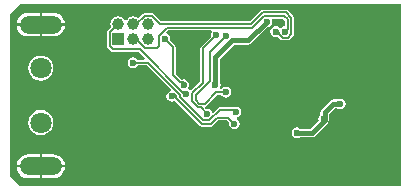
<source format=gbl>
%FSLAX44Y44*%
%MOMM*%
G71*
G01*
G75*
G04 Layer_Physical_Order=2*
G04 Layer_Color=16711680*
%ADD10C,0.3000*%
%ADD11C,0.4000*%
%ADD12R,1.0000X1.0000*%
%ADD13R,2.1000X1.0000*%
%ADD14R,0.6000X0.6000*%
%ADD15R,3.9400X0.5000*%
%ADD16R,0.5000X2.0000*%
%ADD17R,2.6400X0.5000*%
%ADD18R,4.9000X0.5000*%
%ADD19R,0.5000X5.0000*%
%ADD20R,4.9000X0.9000*%
%ADD21R,0.5000X2.7000*%
%ADD22R,2.2000X1.0500*%
%ADD23R,1.0500X1.0000*%
%ADD24R,0.7500X0.6500*%
%ADD25R,0.2500X0.4000*%
%ADD26O,0.7500X0.2800*%
%ADD27O,0.2800X0.7500*%
%ADD28R,4.5000X4.5000*%
%ADD29R,0.6000X0.3500*%
%ADD30R,1.0000X1.6000*%
%ADD31R,0.6000X0.6000*%
%ADD32R,0.7000X0.9000*%
%ADD33C,0.1500*%
%ADD34C,0.2500*%
%ADD35R,0.5000X0.2259*%
%ADD36R,0.1818X0.4999*%
%ADD37R,0.4999X0.3145*%
%ADD38R,0.2939X0.5000*%
%ADD39R,0.2119X0.5000*%
%ADD40R,0.5860X0.9000*%
%ADD41R,0.4872X0.5000*%
%ADD42R,0.4658X0.5000*%
%ADD43R,0.4997X0.1609*%
%ADD44R,0.3013X0.5000*%
%ADD45R,0.8000X0.3000*%
%ADD46R,0.1270X0.9398*%
%ADD47R,1.0000X0.1000*%
%ADD48R,0.1000X0.7000*%
%ADD49R,0.9000X0.3000*%
%ADD50R,0.2000X0.8000*%
%ADD51R,0.2000X0.7000*%
%ADD52R,0.2000X0.6000*%
%ADD53R,0.8000X0.2000*%
%ADD54R,1.2056X0.3999*%
%ADD55R,0.2000X1.1000*%
%ADD56R,1.0562X0.1836*%
%ADD57R,0.5334X0.2032*%
%ADD58C,1.8000*%
%ADD59O,3.6000X1.5000*%
%ADD60C,1.0000*%
%ADD61R,1.0000X1.0000*%
%ADD62C,0.6000*%
%ADD63R,0.5000X15.1000*%
G36*
X2504826Y2441824D02*
X2182106D01*
X2173850Y2450080D01*
Y2587740D01*
X2182286Y2596176D01*
X2504826D01*
Y2441824D01*
D02*
G37*
%LPC*%
G36*
X2210526Y2469037D02*
X2201026D01*
Y2459910D01*
X2220521D01*
X2220308Y2461531D01*
X2219296Y2463973D01*
X2217687Y2466071D01*
X2215589Y2467680D01*
X2213147Y2468692D01*
X2210526Y2469037D01*
D02*
G37*
G36*
X2200026Y2506501D02*
X2197285Y2506140D01*
X2194731Y2505082D01*
X2192537Y2503399D01*
X2190854Y2501205D01*
X2189796Y2498651D01*
X2189435Y2495910D01*
X2189796Y2493169D01*
X2190854Y2490615D01*
X2192537Y2488421D01*
X2194731Y2486738D01*
X2197285Y2485680D01*
X2200026Y2485319D01*
X2202767Y2485680D01*
X2205321Y2486738D01*
X2207515Y2488421D01*
X2209198Y2490615D01*
X2210256Y2493169D01*
X2210617Y2495910D01*
X2210256Y2498651D01*
X2209198Y2501205D01*
X2207515Y2503399D01*
X2205321Y2505082D01*
X2202767Y2506140D01*
X2200026Y2506501D01*
D02*
G37*
G36*
X2453772Y2516272D02*
X2452016Y2515923D01*
X2451393Y2515507D01*
X2447676D01*
X2446310Y2515235D01*
X2445153Y2514461D01*
X2437787Y2507095D01*
X2437013Y2505938D01*
X2436741Y2504572D01*
Y2502775D01*
X2436304Y2502482D01*
X2435309Y2500994D01*
X2434960Y2499238D01*
X2435263Y2497714D01*
X2428418Y2490869D01*
X2419701D01*
X2418698Y2491539D01*
X2416942Y2491888D01*
X2415186Y2491539D01*
X2413698Y2490544D01*
X2412703Y2489056D01*
X2412354Y2487300D01*
X2412703Y2485544D01*
X2413698Y2484056D01*
X2415186Y2483061D01*
X2416942Y2482712D01*
X2418698Y2483061D01*
X2419701Y2483731D01*
X2429896D01*
X2431262Y2484003D01*
X2432419Y2484777D01*
X2432419Y2484777D01*
X2432419Y2484777D01*
X2442833Y2495191D01*
X2443607Y2496348D01*
X2443879Y2497714D01*
D01*
D01*
X2443879Y2497714D01*
X2443879D01*
D01*
D01*
X2443879Y2497714D01*
X2444136Y2499238D01*
D01*
X2444136Y2499238D01*
X2444136D01*
X2443879Y2500533D01*
Y2503094D01*
X2449154Y2508369D01*
X2450633D01*
X2452016Y2507445D01*
X2453772Y2507096D01*
X2455528Y2507445D01*
X2457016Y2508440D01*
X2458011Y2509928D01*
X2458360Y2511684D01*
X2458011Y2513440D01*
X2457016Y2514928D01*
X2455528Y2515923D01*
X2453772Y2516272D01*
D02*
G37*
G36*
X2199026Y2457910D02*
X2179531D01*
X2179744Y2456289D01*
X2180756Y2453847D01*
X2182365Y2451749D01*
X2184463Y2450140D01*
X2186905Y2449128D01*
X2189526Y2448783D01*
X2199026D01*
Y2457910D01*
D02*
G37*
G36*
X2220521D02*
X2201026D01*
Y2448783D01*
X2210526D01*
X2213147Y2449128D01*
X2215589Y2450140D01*
X2217687Y2451749D01*
X2219296Y2453847D01*
X2220308Y2456289D01*
X2220521Y2457910D01*
D02*
G37*
G36*
X2199026Y2469037D02*
X2189526D01*
X2186905Y2468692D01*
X2184463Y2467680D01*
X2182365Y2466071D01*
X2180756Y2463973D01*
X2179744Y2461531D01*
X2179531Y2459910D01*
X2199026D01*
Y2469037D01*
D02*
G37*
G36*
X2220521Y2577910D02*
X2201026D01*
Y2568783D01*
X2210526D01*
X2213147Y2569128D01*
X2215589Y2570140D01*
X2217687Y2571749D01*
X2219296Y2573847D01*
X2220308Y2576289D01*
X2220521Y2577910D01*
D02*
G37*
G36*
X2199026Y2589037D02*
X2189526D01*
X2186905Y2588692D01*
X2184463Y2587680D01*
X2182365Y2586071D01*
X2180756Y2583973D01*
X2179744Y2581531D01*
X2179531Y2579910D01*
X2199026D01*
Y2589037D01*
D02*
G37*
G36*
X2210526D02*
X2201026D01*
Y2579910D01*
X2220521D01*
X2220308Y2581531D01*
X2219296Y2583973D01*
X2217687Y2586071D01*
X2215589Y2587680D01*
X2213147Y2588692D01*
X2210526Y2589037D01*
D02*
G37*
G36*
X2387871Y2591570D02*
X2386993Y2591395D01*
X2386249Y2590898D01*
X2376893Y2581542D01*
X2302161D01*
X2295583Y2588120D01*
X2294839Y2588618D01*
X2293961Y2588792D01*
X2287955D01*
X2287955Y2588792D01*
X2287223Y2588647D01*
X2287077Y2588618D01*
X2286333Y2588120D01*
X2282443Y2584230D01*
X2281536Y2584926D01*
X2279955Y2585581D01*
X2278258Y2585804D01*
X2276561Y2585581D01*
X2274980Y2584926D01*
X2273622Y2583884D01*
X2272658Y2582627D01*
X2271158D01*
X2270194Y2583884D01*
X2268836Y2584926D01*
X2267255Y2585581D01*
X2265558Y2585804D01*
X2263861Y2585581D01*
X2262280Y2584926D01*
X2260922Y2583884D01*
X2259880Y2582526D01*
X2259225Y2580945D01*
X2259002Y2579248D01*
X2259225Y2577551D01*
X2259492Y2576908D01*
X2256686Y2574102D01*
X2256189Y2573358D01*
X2256014Y2572480D01*
Y2560616D01*
X2256014Y2560616D01*
X2256014D01*
X2256189Y2559738D01*
X2256686Y2558994D01*
X2259438Y2556241D01*
X2259438Y2556241D01*
X2260183Y2555744D01*
X2260328Y2555715D01*
X2261061Y2555569D01*
X2261061Y2555569D01*
X2282762D01*
X2287915Y2550416D01*
X2287341Y2549030D01*
X2282137D01*
X2281502Y2549980D01*
X2280014Y2550975D01*
X2278258Y2551324D01*
X2276502Y2550975D01*
X2275014Y2549980D01*
X2274019Y2548492D01*
X2273670Y2546736D01*
X2274019Y2544980D01*
X2275014Y2543492D01*
X2276502Y2542497D01*
X2278258Y2542148D01*
X2280014Y2542497D01*
X2281502Y2543492D01*
X2282137Y2544442D01*
X2289647D01*
X2310293Y2523796D01*
X2309857Y2522361D01*
X2309245Y2522239D01*
X2307756Y2521244D01*
X2306761Y2519756D01*
X2306412Y2518000D01*
X2306761Y2516244D01*
X2307756Y2514756D01*
X2309245Y2513761D01*
X2311000Y2513412D01*
X2312756Y2513761D01*
X2313698Y2514391D01*
X2334913Y2493176D01*
X2334913D01*
X2334913Y2493176D01*
X2334913Y2493176D01*
Y2493176D01*
X2335657Y2492679D01*
X2336535Y2492504D01*
X2344159D01*
X2345037Y2492679D01*
X2345781Y2493176D01*
X2350311Y2497706D01*
X2358050D01*
X2359635Y2496121D01*
X2359412Y2495000D01*
X2359761Y2493244D01*
X2360756Y2491756D01*
X2362244Y2490761D01*
X2364000Y2490412D01*
X2365756Y2490761D01*
X2367244Y2491756D01*
X2368239Y2493244D01*
X2368588Y2495000D01*
X2368239Y2496756D01*
X2367244Y2498244D01*
X2366089Y2499016D01*
X2366381Y2500488D01*
X2366882Y2500587D01*
X2368370Y2501582D01*
X2369365Y2503070D01*
X2369714Y2504826D01*
X2369365Y2506582D01*
X2368370Y2508070D01*
X2366882Y2509065D01*
X2365126Y2509414D01*
X2363370Y2509065D01*
X2363121Y2508898D01*
X2351723D01*
X2350845Y2508723D01*
X2350101Y2508226D01*
X2346283Y2504409D01*
X2344981Y2504804D01*
X2343986Y2506292D01*
X2342498Y2507287D01*
X2340742Y2507636D01*
X2340278Y2507544D01*
X2339270Y2508655D01*
X2339617Y2509797D01*
X2339626Y2509799D01*
X2340371Y2510296D01*
X2340371Y2510296D01*
X2340371Y2510296D01*
X2349371Y2519296D01*
X2352865D01*
X2353500Y2518346D01*
X2354988Y2517351D01*
X2356744Y2517002D01*
X2358500Y2517351D01*
X2359988Y2518346D01*
X2360983Y2519834D01*
X2361332Y2521590D01*
X2360983Y2523346D01*
X2359988Y2524834D01*
X2358500Y2525829D01*
X2356744Y2526178D01*
X2354988Y2525829D01*
X2353500Y2524834D01*
X2353277Y2524500D01*
X2351778Y2524574D01*
X2351440Y2525207D01*
X2352093Y2526184D01*
X2352442Y2527940D01*
X2352093Y2529696D01*
X2351423Y2530699D01*
Y2549576D01*
X2363810Y2561964D01*
X2375794D01*
X2377160Y2562235D01*
X2378317Y2563009D01*
X2378317Y2563009D01*
X2378317Y2563009D01*
X2391860Y2576552D01*
X2393044Y2576787D01*
X2394532Y2577782D01*
X2395527Y2579270D01*
X2395876Y2581026D01*
X2395527Y2582782D01*
X2396168Y2583982D01*
X2405212D01*
X2406944Y2582250D01*
Y2577577D01*
X2405244Y2577239D01*
X2403756Y2576244D01*
X2403750Y2576236D01*
X2402250D01*
X2402245Y2576244D01*
X2400756Y2577239D01*
X2399000Y2577588D01*
X2397244Y2577239D01*
X2395756Y2576244D01*
X2394761Y2574756D01*
X2394412Y2573000D01*
X2394761Y2571244D01*
X2395756Y2569756D01*
X2397244Y2568761D01*
X2399000Y2568412D01*
X2400601Y2568730D01*
X2403203Y2566128D01*
X2403203D01*
X2403203Y2566128D01*
X2403203Y2566128D01*
Y2566128D01*
X2403948Y2565630D01*
X2404826Y2565456D01*
X2409175D01*
X2410053Y2565630D01*
X2410797Y2566128D01*
X2413872Y2569203D01*
X2414370Y2569947D01*
X2414544Y2570825D01*
Y2584431D01*
X2414544Y2584431D01*
X2414399Y2585163D01*
X2414370Y2585309D01*
X2413872Y2586053D01*
X2413872Y2586053D01*
X2409027Y2590898D01*
X2408283Y2591395D01*
X2407405Y2591570D01*
X2387871D01*
X2387871Y2591570D01*
D02*
G37*
G36*
X2200026Y2552501D02*
X2197285Y2552140D01*
X2194731Y2551082D01*
X2192537Y2549399D01*
X2190854Y2547205D01*
X2189796Y2544651D01*
X2189435Y2541910D01*
X2189796Y2539169D01*
X2190854Y2536615D01*
X2192537Y2534421D01*
X2194731Y2532738D01*
X2197285Y2531680D01*
X2200026Y2531319D01*
X2202767Y2531680D01*
X2205321Y2532738D01*
X2207515Y2534421D01*
X2209198Y2536615D01*
X2210256Y2539169D01*
X2210617Y2541910D01*
X2210256Y2544651D01*
X2209198Y2547205D01*
X2207515Y2549399D01*
X2205321Y2551082D01*
X2202767Y2552140D01*
X2200026Y2552501D01*
D02*
G37*
G36*
X2199026Y2577910D02*
X2179531D01*
X2179744Y2576289D01*
X2180756Y2573847D01*
X2182365Y2571749D01*
X2184463Y2570140D01*
X2186905Y2569128D01*
X2189526Y2568783D01*
X2199026D01*
Y2577910D01*
D02*
G37*
%LPD*%
G36*
X2345030Y2572583D02*
X2344377Y2571606D01*
X2344028Y2569850D01*
X2344251Y2568729D01*
X2335818Y2560296D01*
X2335321Y2559552D01*
X2335146Y2558674D01*
Y2530652D01*
X2327605Y2523110D01*
X2326245Y2523244D01*
X2324756Y2524239D01*
X2325119Y2526065D01*
X2325239Y2526244D01*
X2325589Y2528000D01*
X2325239Y2529756D01*
X2324245Y2531244D01*
X2322756Y2532239D01*
X2321000Y2532588D01*
X2319522Y2532294D01*
X2318951D01*
X2314294Y2536951D01*
Y2560000D01*
X2314120Y2560877D01*
X2313622Y2561622D01*
X2309365Y2565879D01*
X2309588Y2567000D01*
X2309239Y2568756D01*
X2308244Y2570244D01*
X2306756Y2571239D01*
X2306361Y2572541D01*
X2307726Y2573906D01*
X2344323D01*
X2345030Y2572583D01*
D02*
G37*
D11*
X2447676Y2511938D02*
X2453772D01*
X2440310Y2497714D02*
Y2504572D01*
X2375794Y2565532D02*
X2391288Y2581026D01*
X2362332Y2565532D02*
X2375794D01*
X2347854Y2551054D02*
X2362332Y2565532D01*
X2347854Y2527940D02*
Y2551054D01*
X2440310Y2504572D02*
X2447676Y2511938D01*
X2429896Y2487300D02*
X2440310Y2497714D01*
X2416942Y2487300D02*
X2429896D01*
D33*
X2314712Y2516621D02*
Y2518378D01*
X2399000Y2573000D02*
X2401000D01*
X2401750Y2572250D01*
Y2570825D02*
Y2572250D01*
X2412250Y2570825D02*
Y2584431D01*
X2407405Y2589276D02*
X2412250Y2584431D01*
X2401750Y2570825D02*
X2404826Y2567750D01*
X2409175D01*
X2412250Y2570825D01*
X2409238Y2575238D02*
Y2583201D01*
X2406163Y2586276D02*
X2409238Y2583201D01*
X2389113Y2586276D02*
X2406163D01*
X2379037Y2576200D02*
X2389113Y2586276D01*
X2407000Y2573000D02*
X2409238Y2575238D01*
X2407000Y2573000D02*
Y2573000D01*
X2299750Y2569174D02*
X2306775Y2576200D01*
X2299750Y2560840D02*
Y2569174D01*
X2305000Y2567000D02*
X2312000Y2560000D01*
X2298208Y2559298D02*
X2299750Y2560840D01*
X2287955Y2559298D02*
X2298208D01*
X2280705Y2566548D02*
X2287955Y2559298D01*
X2283712Y2557863D02*
X2321576Y2520000D01*
X2261061Y2557863D02*
X2283712D01*
X2301000Y2579248D02*
X2377843D01*
X2293961Y2586498D02*
X2301000Y2579459D01*
X2280705Y2579248D02*
X2287955Y2586498D01*
X2258308Y2560616D02*
X2261061Y2557863D01*
X2290597Y2546736D02*
X2317712Y2519621D01*
X2278258Y2546736D02*
X2290597D01*
X2287955Y2586498D02*
X2293961D01*
X2317712Y2517864D02*
X2337778Y2497798D01*
X2317712Y2517864D02*
Y2519621D01*
X2314712Y2516621D02*
X2336535Y2494798D01*
X2313277Y2519813D02*
X2314712Y2518378D01*
X2312814Y2519813D02*
X2313277D01*
X2311000Y2518000D02*
X2312814Y2519813D01*
X2321000Y2528000D02*
Y2530000D01*
X2321000Y2530000D02*
X2321000Y2530000D01*
X2318001Y2530000D02*
X2321000D01*
X2312000Y2536000D02*
X2318001Y2530000D01*
X2336535Y2494798D02*
X2344159D01*
X2337778Y2497798D02*
X2342917D01*
X2306775Y2576200D02*
X2379037D01*
X2312000Y2536000D02*
Y2560000D01*
X2351723Y2506604D02*
X2363348D01*
X2342917Y2497798D02*
X2351723Y2506604D01*
X2344159Y2494798D02*
X2349361Y2500000D01*
X2359000D01*
X2334399Y2511918D02*
X2338749D01*
X2331324Y2514993D02*
X2334399Y2511918D01*
X2331324Y2514993D02*
Y2519343D01*
X2338749Y2511918D02*
X2348421Y2521590D01*
X2331324Y2519343D02*
X2343028Y2531047D01*
X2337440Y2529701D02*
Y2558674D01*
X2328324Y2520585D02*
X2337440Y2529701D01*
X2328324Y2513751D02*
Y2520585D01*
X2348421Y2521590D02*
X2356744D01*
X2343028Y2531047D02*
Y2555626D01*
X2340742Y2503048D02*
Y2503556D01*
X2359000Y2500000D02*
X2364000Y2495000D01*
X2335380Y2508918D02*
X2340742Y2503556D01*
X2258308Y2560616D02*
Y2572480D01*
X2265076Y2579248D01*
X2265558D01*
X2377843D02*
X2387871Y2589276D01*
X2407405D01*
X2328324Y2513751D02*
X2333157Y2508918D01*
X2335380D01*
X2363348Y2506604D02*
X2365126Y2504826D01*
X2337440Y2558674D02*
X2348616Y2569850D01*
X2278258Y2566548D02*
X2280705D01*
X2343028Y2555626D02*
X2356490Y2569088D01*
D58*
X2200026Y2495910D02*
D03*
Y2541910D02*
D03*
D59*
Y2458910D02*
D03*
Y2578910D02*
D03*
D60*
X2290958Y2579248D02*
D03*
Y2566548D02*
D03*
X2278258Y2579248D02*
D03*
Y2566548D02*
D03*
X2265558Y2579248D02*
D03*
D61*
Y2566548D02*
D03*
D62*
X2228000Y2542000D02*
D03*
X2210000Y2554000D02*
D03*
X2228000Y2565000D02*
D03*
X2183000Y2482000D02*
D03*
X2182000Y2551000D02*
D03*
X2502636Y2585478D02*
D03*
X2481966Y2544270D02*
D03*
X2491466Y2530020D02*
D03*
X2481966Y2521770D02*
D03*
X2385000Y2548000D02*
D03*
X2395000Y2548000D02*
D03*
X2405000D02*
D03*
X2415000Y2548000D02*
D03*
X2385000Y2538000D02*
D03*
X2395000D02*
D03*
X2405000D02*
D03*
X2415000D02*
D03*
X2385000Y2528000D02*
D03*
X2395000D02*
D03*
X2405000D02*
D03*
X2415000D02*
D03*
X2385000Y2518000D02*
D03*
X2395000Y2518000D02*
D03*
X2405000D02*
D03*
X2415000Y2518000D02*
D03*
X2273862Y2471466D02*
D03*
Y2479466D02*
D03*
X2399000Y2573000D02*
D03*
X2391288Y2581026D02*
D03*
X2407000Y2573000D02*
D03*
X2305000Y2567000D02*
D03*
X2321000Y2528000D02*
D03*
X2311000Y2518000D02*
D03*
X2303404Y2588900D02*
D03*
X2322962Y2536322D02*
D03*
X2488000Y2589000D02*
D03*
X2323000Y2520000D02*
D03*
X2340000Y2489000D02*
D03*
X2356744Y2521590D02*
D03*
X2340742Y2503048D02*
D03*
X2365126Y2504826D02*
D03*
X2392499Y2474999D02*
D03*
X2377499D02*
D03*
X2364000Y2495000D02*
D03*
X2482499Y2504999D02*
D03*
X2474999Y2489999D02*
D03*
X2482499Y2474999D02*
D03*
X2474999Y2459999D02*
D03*
X2467499Y2504999D02*
D03*
X2459999Y2489999D02*
D03*
X2429999Y2459999D02*
D03*
X2422499Y2474999D02*
D03*
X2414999Y2459999D02*
D03*
X2407499Y2474999D02*
D03*
X2399999Y2459999D02*
D03*
X2384999D02*
D03*
X2369999D02*
D03*
X2362499Y2474999D02*
D03*
X2354999Y2459999D02*
D03*
X2347499Y2474999D02*
D03*
X2339999Y2459999D02*
D03*
X2332499Y2564999D02*
D03*
X2324999Y2489999D02*
D03*
X2332499Y2474999D02*
D03*
X2324999Y2459999D02*
D03*
X2317499Y2474999D02*
D03*
X2309999Y2459999D02*
D03*
X2294999Y2519999D02*
D03*
X2302499Y2504999D02*
D03*
X2294999Y2489999D02*
D03*
Y2459999D02*
D03*
X2279999Y2519999D02*
D03*
X2287499Y2504999D02*
D03*
X2279999Y2459999D02*
D03*
X2264999Y2549999D02*
D03*
Y2459999D02*
D03*
X2249999Y2579999D02*
D03*
Y2549999D02*
D03*
Y2459999D02*
D03*
X2234999Y2579999D02*
D03*
X2242499Y2564999D02*
D03*
Y2474999D02*
D03*
X2234999Y2459999D02*
D03*
X2204999Y2519999D02*
D03*
X2189999D02*
D03*
X2321692Y2565278D02*
D03*
X2478156Y2588392D02*
D03*
X2467742D02*
D03*
X2457836D02*
D03*
X2448438D02*
D03*
X2439548D02*
D03*
X2311532Y2588646D02*
D03*
X2254128Y2587884D02*
D03*
X2242698D02*
D03*
X2230252Y2588646D02*
D03*
X2220600Y2588392D02*
D03*
X2220854Y2449962D02*
D03*
X2232000Y2449000D02*
D03*
X2243206Y2449200D02*
D03*
X2253620D02*
D03*
X2264542D02*
D03*
X2273686Y2449708D02*
D03*
X2287148D02*
D03*
X2298070Y2449200D02*
D03*
X2307468Y2448946D02*
D03*
X2318898D02*
D03*
X2327280Y2449454D02*
D03*
X2337948Y2449962D02*
D03*
X2348108D02*
D03*
X2358776D02*
D03*
X2369190D02*
D03*
X2380366D02*
D03*
X2393066D02*
D03*
X2404242D02*
D03*
X2414148D02*
D03*
X2424308D02*
D03*
X2435230D02*
D03*
X2445390D02*
D03*
X2457328Y2450216D02*
D03*
X2470536Y2450470D02*
D03*
X2481966D02*
D03*
X2491110Y2449962D02*
D03*
X2490602Y2458852D02*
D03*
Y2467488D02*
D03*
X2491110Y2475616D02*
D03*
Y2485522D02*
D03*
Y2495174D02*
D03*
Y2504826D02*
D03*
Y2513208D02*
D03*
X2431928Y2586360D02*
D03*
X2368984Y2592328D02*
D03*
X2248540Y2525654D02*
D03*
X2249048Y2517526D02*
D03*
X2278258Y2546736D02*
D03*
X2436246Y2561214D02*
D03*
X2348616Y2569850D02*
D03*
X2356490Y2569088D02*
D03*
X2347854Y2527940D02*
D03*
X2416942Y2487300D02*
D03*
X2453772Y2511684D02*
D03*
X2439548Y2499238D02*
D03*
D63*
X2502501Y2519500D02*
D03*
M02*

</source>
